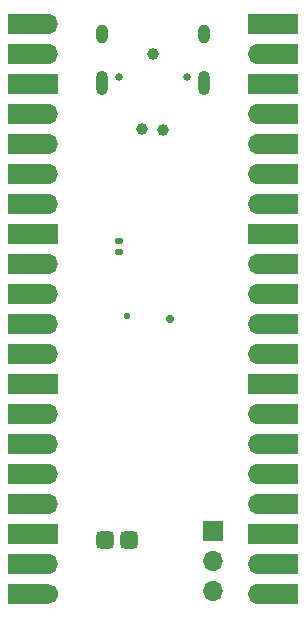
<source format=gbs>
G04 #@! TF.GenerationSoftware,KiCad,Pcbnew,(5.99.0-11630-gc5e195bdff)*
G04 #@! TF.CreationDate,2021-08-23T20:37:24+01:00*
G04 #@! TF.ProjectId,EnvPicoLiPo,456e7650-6963-46f4-9c69-506f2e6b6963,REV1*
G04 #@! TF.SameCoordinates,Original*
G04 #@! TF.FileFunction,Soldermask,Bot*
G04 #@! TF.FilePolarity,Negative*
%FSLAX46Y46*%
G04 Gerber Fmt 4.6, Leading zero omitted, Abs format (unit mm)*
G04 Created by KiCad (PCBNEW (5.99.0-11630-gc5e195bdff)) date 2021-08-23 20:37:24*
%MOMM*%
%LPD*%
G01*
G04 APERTURE LIST*
G04 Aperture macros list*
%AMRoundRect*
0 Rectangle with rounded corners*
0 $1 Rounding radius*
0 $2 $3 $4 $5 $6 $7 $8 $9 X,Y pos of 4 corners*
0 Add a 4 corners polygon primitive as box body*
4,1,4,$2,$3,$4,$5,$6,$7,$8,$9,$2,$3,0*
0 Add four circle primitives for the rounded corners*
1,1,$1+$1,$2,$3*
1,1,$1+$1,$4,$5*
1,1,$1+$1,$6,$7*
1,1,$1+$1,$8,$9*
0 Add four rect primitives between the rounded corners*
20,1,$1+$1,$2,$3,$4,$5,0*
20,1,$1+$1,$4,$5,$6,$7,0*
20,1,$1+$1,$6,$7,$8,$9,0*
20,1,$1+$1,$8,$9,$2,$3,0*%
G04 Aperture macros list end*
%ADD10C,0.650000*%
%ADD11O,1.000000X2.100000*%
%ADD12O,1.000000X1.600000*%
%ADD13R,1.700000X1.700000*%
%ADD14O,1.700000X1.700000*%
%ADD15RoundRect,0.375000X-0.375000X-0.375000X0.375000X-0.375000X0.375000X0.375000X-0.375000X0.375000X0*%
%ADD16R,3.500000X1.700000*%
%ADD17C,1.700000*%
%ADD18C,1.000000*%
%ADD19RoundRect,0.140000X-0.170000X0.140000X-0.170000X-0.140000X0.170000X-0.140000X0.170000X0.140000X0*%
%ADD20RoundRect,0.162500X-0.162500X-0.162500X0.162500X-0.162500X0.162500X0.162500X-0.162500X0.162500X0*%
%ADD21RoundRect,0.125000X-0.125000X-0.125000X0.125000X-0.125000X0.125000X0.125000X-0.125000X0.125000X0*%
G04 APERTURE END LIST*
D10*
X100710000Y-63175000D03*
X106490000Y-63175000D03*
D11*
X107920000Y-63705000D03*
D12*
X107920000Y-59525000D03*
D11*
X99280000Y-63705000D03*
D12*
X99280000Y-59525000D03*
D13*
X108740000Y-101675000D03*
D14*
X108740000Y-104215000D03*
X108740000Y-106755000D03*
D15*
X99590000Y-102425000D03*
X101590000Y-102425000D03*
D16*
X114250000Y-58725000D03*
D13*
X112550000Y-58725000D03*
D14*
X112550000Y-61265000D03*
D16*
X114250000Y-61265000D03*
X114250000Y-63805000D03*
D13*
X112550000Y-63805000D03*
D16*
X114250000Y-66345000D03*
D14*
X112550000Y-66345000D03*
D16*
X114250000Y-68885000D03*
D14*
X112550000Y-68885000D03*
D16*
X114250000Y-71425000D03*
D14*
X112550000Y-71425000D03*
D16*
X114250000Y-73965000D03*
D14*
X112550000Y-73965000D03*
D16*
X114250000Y-76505000D03*
D13*
X112550000Y-76505000D03*
D14*
X112550000Y-79045000D03*
D16*
X114250000Y-79045000D03*
D14*
X112550000Y-81585000D03*
D16*
X114250000Y-81585000D03*
D14*
X112550000Y-84125000D03*
D16*
X114250000Y-84125000D03*
X114250000Y-86665000D03*
D14*
X112550000Y-86665000D03*
D13*
X112550000Y-89205000D03*
D16*
X114250000Y-89205000D03*
X114250000Y-91745000D03*
D14*
X112550000Y-91745000D03*
X112550000Y-94285000D03*
D16*
X114250000Y-94285000D03*
X114250000Y-96825000D03*
D14*
X112550000Y-96825000D03*
X112550000Y-99365000D03*
D16*
X114250000Y-99365000D03*
D13*
X112550000Y-101905000D03*
D16*
X114250000Y-101905000D03*
D14*
X112550000Y-104445000D03*
D16*
X114250000Y-104445000D03*
X114250000Y-106985000D03*
D14*
X112550000Y-106985000D03*
D17*
X94750000Y-106985000D03*
D16*
X93050000Y-106985000D03*
D14*
X94750000Y-104445000D03*
D16*
X93050000Y-104445000D03*
X93050000Y-101905000D03*
D13*
X94750000Y-101905000D03*
D14*
X94750000Y-99365000D03*
D16*
X93050000Y-99365000D03*
X93050000Y-96825000D03*
D14*
X94750000Y-96825000D03*
X94750000Y-94285000D03*
D16*
X93050000Y-94285000D03*
X93040000Y-91745000D03*
D14*
X94750000Y-91745000D03*
D13*
X94750000Y-89205000D03*
D16*
X93050000Y-89205000D03*
X93050000Y-86665000D03*
D14*
X94750000Y-86665000D03*
D16*
X93050000Y-84125000D03*
D14*
X94750000Y-84125000D03*
X94750000Y-81585000D03*
D16*
X93050000Y-81585000D03*
X93060000Y-79045000D03*
D14*
X94750000Y-79045000D03*
D16*
X93050000Y-76505000D03*
D13*
X94750000Y-76505000D03*
D16*
X93050000Y-73965000D03*
D14*
X94750000Y-73965000D03*
D16*
X93050000Y-71425000D03*
D14*
X94750000Y-71425000D03*
X94750000Y-68885000D03*
D16*
X93050000Y-68885000D03*
D14*
X94750000Y-66345000D03*
D16*
X93050000Y-66335000D03*
X93050000Y-63805000D03*
D13*
X94750000Y-63805000D03*
D16*
X93050000Y-61255000D03*
D14*
X94750000Y-61265000D03*
X94750000Y-58725000D03*
D16*
X93050000Y-58725000D03*
D18*
X102691800Y-67639000D03*
X104469800Y-67664400D03*
X103640000Y-61225000D03*
D19*
X100744400Y-77041000D03*
X100744400Y-78001000D03*
D20*
X105090000Y-83725000D03*
D21*
X101390000Y-83425000D03*
M02*

</source>
